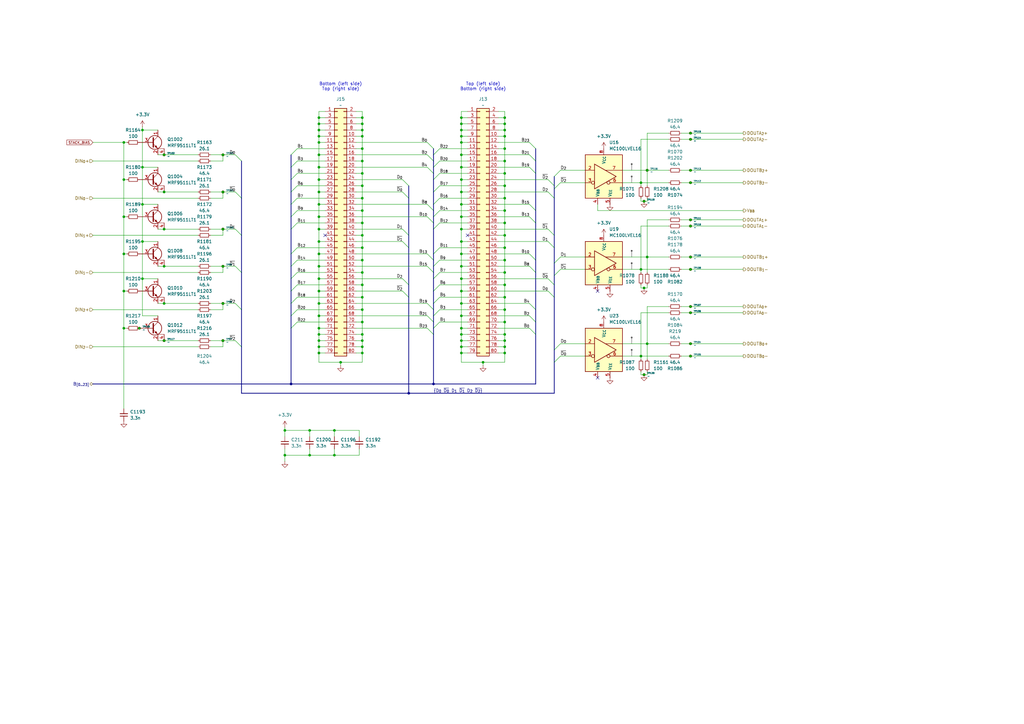
<source format=kicad_sch>
(kicad_sch (version 20231120) (generator "eeschema") (generator_version "8.0")
  (paper "A3")
  (junction (at 91.44 63.5))
  (junction (at 207.01 142.24))
  (junction (at 116.84 176.53))
  (junction (at 148.59 48.26))
  (junction (at 67.31 139.7))
  (junction (at 207.01 137.16))
  (junction (at 130.81 109.22))
  (junction (at 130.81 93.98))
  (junction (at 50.8 119.38))
  (junction (at 207.01 86.36))
  (junction (at 91.44 109.22))
  (junction (at 130.81 55.88))
  (junction (at 283.21 90.17))
  (junction (at 50.8 88.9))
  (junction (at 283.21 140.97))
  (junction (at 207.01 53.34))
  (junction (at 207.01 91.44))
  (junction (at 130.81 50.8))
  (junction (at 207.01 48.26))
  (junction (at 189.23 48.26))
  (junction (at 130.81 129.54))
  (junction (at 130.81 63.5))
  (junction (at 283.21 57.15))
  (junction (at 130.81 48.26))
  (junction (at 91.44 93.98))
  (junction (at 58.42 83.82))
  (junction (at 189.23 99.06))
  (junction (at 130.81 139.7))
  (junction (at 207.01 50.8))
  (junction (at 148.59 111.76))
  (junction (at 137.16 186.69))
  (junction (at 148.59 66.04))
  (junction (at 130.81 134.62))
  (junction (at 130.81 58.42))
  (junction (at 148.59 81.28))
  (junction (at 265.43 140.97))
  (junction (at 130.81 144.78))
  (junction (at 167.64 161.29))
  (junction (at 67.31 109.22))
  (junction (at 283.21 110.49))
  (junction (at 148.59 86.36))
  (junction (at 58.42 68.58))
  (junction (at 148.59 50.8))
  (junction (at 67.31 63.5))
  (junction (at 207.01 76.2))
  (junction (at 50.8 134.62))
  (junction (at 207.01 111.76))
  (junction (at 264.16 153.67))
  (junction (at 130.81 104.14))
  (junction (at 283.21 69.85))
  (junction (at 207.01 81.28))
  (junction (at 207.01 139.7))
  (junction (at 207.01 96.52))
  (junction (at 265.43 105.41))
  (junction (at 207.01 116.84))
  (junction (at 91.44 139.7))
  (junction (at 130.81 68.58))
  (junction (at 189.23 119.38))
  (junction (at 207.01 127))
  (junction (at 264.16 82.55))
  (junction (at 130.81 73.66))
  (junction (at 189.23 114.3))
  (junction (at 130.81 83.82))
  (junction (at 130.81 137.16))
  (junction (at 283.21 146.05))
  (junction (at 148.59 121.92))
  (junction (at 189.23 63.5))
  (junction (at 189.23 139.7))
  (junction (at 58.42 114.3))
  (junction (at 189.23 53.34))
  (junction (at 265.43 69.85))
  (junction (at 148.59 96.52))
  (junction (at 148.59 71.12))
  (junction (at 148.59 91.44))
  (junction (at 264.16 118.11))
  (junction (at 130.81 124.46))
  (junction (at 189.23 109.22))
  (junction (at 207.01 132.08))
  (junction (at 119.38 157.48))
  (junction (at 283.21 92.71))
  (junction (at 189.23 134.62))
  (junction (at 50.8 58.42))
  (junction (at 189.23 142.24))
  (junction (at 283.21 125.73))
  (junction (at 207.01 71.12))
  (junction (at 130.81 88.9))
  (junction (at 189.23 58.42))
  (junction (at 91.44 124.46))
  (junction (at 137.16 176.53))
  (junction (at 148.59 142.24))
  (junction (at 189.23 124.46))
  (junction (at 148.59 55.88))
  (junction (at 148.59 53.34))
  (junction (at 283.21 54.61))
  (junction (at 91.44 78.74))
  (junction (at 189.23 50.8))
  (junction (at 207.01 144.78))
  (junction (at 189.23 104.14))
  (junction (at 148.59 106.68))
  (junction (at 262.89 74.93))
  (junction (at 262.89 146.05))
  (junction (at 130.81 99.06))
  (junction (at 148.59 137.16))
  (junction (at 189.23 93.98))
  (junction (at 148.59 139.7))
  (junction (at 262.89 110.49))
  (junction (at 189.23 83.82))
  (junction (at 148.59 116.84))
  (junction (at 207.01 121.92))
  (junction (at 283.21 128.27))
  (junction (at 127 186.69))
  (junction (at 67.31 78.74))
  (junction (at 130.81 119.38))
  (junction (at 67.31 124.46))
  (junction (at 58.42 53.34))
  (junction (at 283.21 74.93))
  (junction (at 50.8 73.66))
  (junction (at 207.01 106.68))
  (junction (at 148.59 132.08))
  (junction (at 57.15 134.62))
  (junction (at 189.23 55.88))
  (junction (at 189.23 78.74))
  (junction (at 207.01 66.04))
  (junction (at 116.84 186.69))
  (junction (at 58.42 99.06))
  (junction (at 148.59 144.78))
  (junction (at 189.23 129.54))
  (junction (at 148.59 60.96))
  (junction (at 50.8 104.14))
  (junction (at 67.31 93.98))
  (junction (at 283.21 105.41))
  (junction (at 148.59 101.6))
  (junction (at 207.01 60.96))
  (junction (at 198.12 148.59))
  (junction (at 177.8 157.48))
  (junction (at 189.23 137.16))
  (junction (at 130.81 142.24))
  (junction (at 148.59 127))
  (junction (at 189.23 73.66))
  (junction (at 207.01 101.6))
  (junction (at 130.81 114.3))
  (junction (at 189.23 68.58))
  (junction (at 139.7 148.59))
  (junction (at 189.23 88.9))
  (junction (at 127 176.53))
  (junction (at 130.81 53.34))
  (junction (at 148.59 76.2))
  (junction (at 207.01 55.88))
  (junction (at 130.81 78.74))
  (junction (at 189.23 144.78))
  (no_connect (at 245.11 119.38))
  (no_connect (at 245.11 154.94))
  (no_connect (at 133.35 96.52))
  (no_connect (at 191.77 96.52))
  (bus_entry (at 119.38 78.74) (size 2.54 -2.54))
  (bus_entry (at 165.1 93.98) (size 2.54 2.54))
  (bus_entry (at 227.33 101.6) (size -2.54 -2.54))
  (bus_entry (at 177.8 119.38) (size 2.54 -2.54))
  (bus_entry (at 175.26 109.22) (size 2.54 2.54))
  (bus_entry (at 227.33 72.39) (size 2.54 -2.54))
  (bus_entry (at 217.17 58.42) (size 2.54 2.54))
  (bus_entry (at 175.26 134.62) (size 2.54 2.54))
  (bus_entry (at 177.8 73.66) (size 2.54 -2.54))
  (bus_entry (at 217.17 83.82) (size 2.54 2.54))
  (bus_entry (at 119.38 119.38) (size 2.54 -2.54))
  (bus_entry (at 217.17 88.9) (size 2.54 2.54))
  (bus_entry (at 165.1 114.3) (size 2.54 2.54))
  (bus_entry (at 217.17 134.62) (size 2.54 2.54))
  (bus_entry (at 175.26 68.58) (size 2.54 2.54))
  (bus_entry (at 217.17 104.14) (size 2.54 2.54))
  (bus_entry (at 96.52 93.98) (size 2.54 2.54))
  (bus_entry (at 119.38 109.22) (size 2.54 -2.54))
  (bus_entry (at 227.33 148.59) (size 2.54 -2.54))
  (bus_entry (at 119.38 114.3) (size 2.54 -2.54))
  (bus_entry (at 175.26 129.54) (size 2.54 2.54))
  (bus_entry (at 175.26 63.5) (size 2.54 2.54))
  (bus_entry (at 175.26 124.46) (size 2.54 2.54))
  (bus_entry (at 175.26 88.9) (size 2.54 2.54))
  (bus_entry (at 96.52 139.7) (size 2.54 2.54))
  (bus_entry (at 227.33 77.47) (size 2.54 -2.54))
  (bus_entry (at 165.1 99.06) (size 2.54 2.54))
  (bus_entry (at 227.33 81.28) (size -2.54 -2.54))
  (bus_entry (at 177.8 124.46) (size 2.54 -2.54))
  (bus_entry (at 119.38 124.46) (size 2.54 -2.54))
  (bus_entry (at 96.52 63.5) (size 2.54 2.54))
  (bus_entry (at 165.1 73.66) (size 2.54 2.54))
  (bus_entry (at 177.8 114.3) (size 2.54 -2.54))
  (bus_entry (at 165.1 78.74) (size 2.54 2.54))
  (bus_entry (at 119.38 68.58) (size 2.54 -2.54))
  (bus_entry (at 119.38 83.82) (size 2.54 -2.54))
  (bus_entry (at 227.33 143.51) (size 2.54 -2.54))
  (bus_entry (at 177.8 78.74) (size 2.54 -2.54))
  (bus_entry (at 119.38 93.98) (size 2.54 -2.54))
  (bus_entry (at 217.17 68.58) (size 2.54 2.54))
  (bus_entry (at 175.26 83.82) (size 2.54 2.54))
  (bus_entry (at 119.38 104.14) (size 2.54 -2.54))
  (bus_entry (at 175.26 104.14) (size 2.54 2.54))
  (bus_entry (at 227.33 121.92) (size -2.54 -2.54))
  (bus_entry (at 227.33 76.2) (size -2.54 -2.54))
  (bus_entry (at 217.17 124.46) (size 2.54 2.54))
  (bus_entry (at 177.8 63.5) (size 2.54 -2.54))
  (bus_entry (at 177.8 104.14) (size 2.54 -2.54))
  (bus_entry (at 177.8 88.9) (size 2.54 -2.54))
  (bus_entry (at 177.8 129.54) (size 2.54 -2.54))
  (bus_entry (at 119.38 134.62) (size 2.54 -2.54))
  (bus_entry (at 177.8 109.22) (size 2.54 -2.54))
  (bus_entry (at 119.38 63.5) (size 2.54 -2.54))
  (bus_entry (at 177.8 93.98) (size 2.54 -2.54))
  (bus_entry (at 217.17 129.54) (size 2.54 2.54))
  (bus_entry (at 175.26 58.42) (size 2.54 2.54))
  (bus_entry (at 96.52 78.74) (size 2.54 2.54))
  (bus_entry (at 217.17 109.22) (size 2.54 2.54))
  (bus_entry (at 177.8 134.62) (size 2.54 -2.54))
  (bus_entry (at 96.52 124.46) (size 2.54 2.54))
  (bus_entry (at 177.8 83.82) (size 2.54 -2.54))
  (bus_entry (at 119.38 129.54) (size 2.54 -2.54))
  (bus_entry (at 227.33 116.84) (size -2.54 -2.54))
  (bus_entry (at 119.38 88.9) (size 2.54 -2.54))
  (bus_entry (at 227.33 113.03) (size 2.54 -2.54))
  (bus_entry (at 165.1 119.38) (size 2.54 2.54))
  (bus_entry (at 119.38 73.66) (size 2.54 -2.54))
  (bus_entry (at 96.52 109.22) (size 2.54 2.54))
  (bus_entry (at 227.33 96.52) (size -2.54 -2.54))
  (bus_entry (at 217.17 63.5) (size 2.54 2.54))
  (bus_entry (at 177.8 68.58) (size 2.54 -2.54))
  (bus_entry (at 227.33 107.95) (size 2.54 -2.54))
  (wire (pts (xy 50.8 134.62) (xy 50.8 167.64)))
  (wire (pts (xy 130.81 78.74) (xy 130.81 83.82)))
  (wire (pts (xy 204.47 78.74) (xy 224.79 78.74)))
  (wire (pts (xy 148.59 101.6) (xy 146.05 101.6)))
  (wire (pts (xy 91.44 63.5) (xy 96.52 63.5)))
  (wire (pts (xy 229.87 74.93) (xy 240.03 74.93)))
  (wire (pts (xy 189.23 48.26) (xy 191.77 48.26)))
  (wire (pts (xy 64.77 139.7) (xy 67.31 139.7)))
  (wire (pts (xy 130.81 63.5) (xy 130.81 68.58)))
  (wire (pts (xy 274.32 140.97) (xy 265.43 140.97)))
  (wire (pts (xy 189.23 142.24) (xy 191.77 142.24)))
  (wire (pts (xy 148.59 127) (xy 148.59 132.08)))
  (bus (pts (xy 177.8 109.22) (xy 177.8 111.76)))
  (wire (pts (xy 38.1 81.28) (xy 81.28 81.28)))
  (wire (pts (xy 148.59 48.26) (xy 148.59 45.72)))
  (wire (pts (xy 279.4 125.73) (xy 283.21 125.73)))
  (wire (pts (xy 283.21 74.93) (xy 304.8 74.93)))
  (wire (pts (xy 189.23 68.58) (xy 191.77 68.58)))
  (bus (pts (xy 227.33 148.59) (xy 227.33 161.29)))
  (wire (pts (xy 81.28 109.22) (xy 67.31 109.22)))
  (wire (pts (xy 130.81 73.66) (xy 133.35 73.66)))
  (wire (pts (xy 86.36 81.28) (xy 91.44 81.28)))
  (wire (pts (xy 127 176.53) (xy 116.84 176.53)))
  (wire (pts (xy 262.89 118.11) (xy 264.16 118.11)))
  (wire (pts (xy 207.01 142.24) (xy 207.01 139.7)))
  (bus (pts (xy 119.38 104.14) (xy 119.38 109.22)))
  (wire (pts (xy 130.81 104.14) (xy 130.81 109.22)))
  (wire (pts (xy 146.05 93.98) (xy 165.1 93.98)))
  (wire (pts (xy 189.23 83.82) (xy 189.23 88.9)))
  (wire (pts (xy 116.84 176.53) (xy 116.84 179.07)))
  (wire (pts (xy 148.59 111.76) (xy 146.05 111.76)))
  (wire (pts (xy 204.47 144.78) (xy 207.01 144.78)))
  (wire (pts (xy 50.8 58.42) (xy 50.8 73.66)))
  (wire (pts (xy 207.01 96.52) (xy 207.01 101.6)))
  (wire (pts (xy 58.42 53.34) (xy 58.42 68.58)))
  (wire (pts (xy 91.44 93.98) (xy 96.52 93.98)))
  (wire (pts (xy 148.59 76.2) (xy 148.59 81.28)))
  (wire (pts (xy 121.92 127) (xy 133.35 127)))
  (wire (pts (xy 189.23 93.98) (xy 191.77 93.98)))
  (bus (pts (xy 167.64 101.6) (xy 167.64 116.84)))
  (wire (pts (xy 204.47 50.8) (xy 207.01 50.8)))
  (wire (pts (xy 146.05 78.74) (xy 165.1 78.74)))
  (bus (pts (xy 219.71 91.44) (xy 219.71 106.68)))
  (wire (pts (xy 121.92 66.04) (xy 133.35 66.04)))
  (wire (pts (xy 279.4 128.27) (xy 283.21 128.27)))
  (wire (pts (xy 50.8 73.66) (xy 52.07 73.66)))
  (wire (pts (xy 207.01 101.6) (xy 207.01 106.68)))
  (wire (pts (xy 130.81 55.88) (xy 133.35 55.88)))
  (wire (pts (xy 217.17 88.9) (xy 204.47 88.9)))
  (wire (pts (xy 217.17 109.22) (xy 204.47 109.22)))
  (bus (pts (xy 177.8 132.08) (xy 177.8 134.62)))
  (wire (pts (xy 86.36 78.74) (xy 91.44 78.74)))
  (wire (pts (xy 189.23 124.46) (xy 191.77 124.46)))
  (wire (pts (xy 137.16 186.69) (xy 127 186.69)))
  (wire (pts (xy 180.34 86.36) (xy 191.77 86.36)))
  (wire (pts (xy 189.23 45.72) (xy 189.23 48.26)))
  (wire (pts (xy 189.23 58.42) (xy 189.23 63.5)))
  (wire (pts (xy 38.1 111.76) (xy 81.28 111.76)))
  (wire (pts (xy 180.34 111.76) (xy 191.77 111.76)))
  (wire (pts (xy 274.32 92.71) (xy 262.89 92.71)))
  (wire (pts (xy 130.81 58.42) (xy 130.81 63.5)))
  (wire (pts (xy 148.59 91.44) (xy 148.59 96.52)))
  (wire (pts (xy 121.92 60.96) (xy 133.35 60.96)))
  (wire (pts (xy 146.05 45.72) (xy 148.59 45.72)))
  (wire (pts (xy 86.36 142.24) (xy 91.44 142.24)))
  (wire (pts (xy 255.27 110.49) (xy 262.89 110.49)))
  (wire (pts (xy 204.47 66.04) (xy 207.01 66.04)))
  (wire (pts (xy 283.21 128.27) (xy 304.8 128.27)))
  (wire (pts (xy 217.17 63.5) (xy 204.47 63.5)))
  (bus (pts (xy 177.8 78.74) (xy 177.8 83.82)))
  (wire (pts (xy 148.59 116.84) (xy 146.05 116.84)))
  (wire (pts (xy 204.47 55.88) (xy 207.01 55.88)))
  (wire (pts (xy 116.84 186.69) (xy 116.84 189.23)))
  (bus (pts (xy 119.38 124.46) (xy 119.38 129.54)))
  (wire (pts (xy 121.92 86.36) (xy 133.35 86.36)))
  (bus (pts (xy 227.33 96.52) (xy 227.33 101.6)))
  (wire (pts (xy 189.23 148.59) (xy 198.12 148.59)))
  (wire (pts (xy 262.89 74.93) (xy 255.27 74.93)))
  (wire (pts (xy 91.44 142.24) (xy 91.44 139.7)))
  (wire (pts (xy 64.77 63.5) (xy 67.31 63.5)))
  (wire (pts (xy 130.81 50.8) (xy 130.81 48.26)))
  (wire (pts (xy 130.81 50.8) (xy 133.35 50.8)))
  (wire (pts (xy 130.81 119.38) (xy 130.81 124.46)))
  (wire (pts (xy 262.89 110.49) (xy 274.32 110.49)))
  (bus (pts (xy 219.71 86.36) (xy 219.71 91.44)))
  (wire (pts (xy 81.28 63.5) (xy 67.31 63.5)))
  (wire (pts (xy 148.59 60.96) (xy 146.05 60.96)))
  (wire (pts (xy 175.26 129.54) (xy 146.05 129.54)))
  (wire (pts (xy 130.81 124.46) (xy 130.81 129.54)))
  (wire (pts (xy 121.92 121.92) (xy 133.35 121.92)))
  (wire (pts (xy 130.81 134.62) (xy 130.81 137.16)))
  (bus (pts (xy 99.06 142.24) (xy 99.06 161.29)))
  (wire (pts (xy 207.01 86.36) (xy 207.01 91.44)))
  (wire (pts (xy 279.4 69.85) (xy 283.21 69.85)))
  (wire (pts (xy 148.59 132.08) (xy 146.05 132.08)))
  (wire (pts (xy 180.34 76.2) (xy 191.77 76.2)))
  (bus (pts (xy 219.71 60.96) (xy 219.71 66.04)))
  (wire (pts (xy 121.92 71.12) (xy 133.35 71.12)))
  (wire (pts (xy 262.89 82.55) (xy 264.16 82.55)))
  (bus (pts (xy 119.38 157.48) (xy 177.8 157.48)))
  (wire (pts (xy 283.21 90.17) (xy 304.8 90.17)))
  (wire (pts (xy 148.59 111.76) (xy 148.59 116.84)))
  (bus (pts (xy 119.38 134.62) (xy 119.38 157.48)))
  (wire (pts (xy 262.89 81.28) (xy 262.89 82.55)))
  (wire (pts (xy 189.23 124.46) (xy 189.23 129.54)))
  (bus (pts (xy 119.38 129.54) (xy 119.38 134.62)))
  (wire (pts (xy 38.1 96.52) (xy 81.28 96.52)))
  (wire (pts (xy 58.42 68.58) (xy 58.42 83.82)))
  (wire (pts (xy 189.23 78.74) (xy 191.77 78.74)))
  (bus (pts (xy 219.71 111.76) (xy 219.71 127)))
  (wire (pts (xy 204.47 53.34) (xy 207.01 53.34)))
  (wire (pts (xy 116.84 184.15) (xy 116.84 186.69)))
  (wire (pts (xy 265.43 54.61) (xy 265.43 69.85)))
  (wire (pts (xy 130.81 78.74) (xy 133.35 78.74)))
  (wire (pts (xy 207.01 144.78) (xy 207.01 142.24)))
  (wire (pts (xy 64.77 53.34) (xy 58.42 53.34)))
  (wire (pts (xy 189.23 63.5) (xy 189.23 68.58)))
  (wire (pts (xy 180.34 121.92) (xy 191.77 121.92)))
  (wire (pts (xy 265.43 90.17) (xy 265.43 105.41)))
  (wire (pts (xy 204.47 86.36) (xy 207.01 86.36)))
  (wire (pts (xy 189.23 48.26) (xy 189.23 50.8)))
  (wire (pts (xy 148.59 142.24) (xy 146.05 142.24)))
  (wire (pts (xy 175.26 63.5) (xy 146.05 63.5)))
  (wire (pts (xy 148.59 137.16) (xy 146.05 137.16)))
  (wire (pts (xy 148.59 144.78) (xy 148.59 148.59)))
  (wire (pts (xy 265.43 69.85) (xy 265.43 76.2)))
  (wire (pts (xy 116.84 175.26) (xy 116.84 176.53)))
  (wire (pts (xy 50.8 119.38) (xy 52.07 119.38)))
  (wire (pts (xy 175.26 109.22) (xy 146.05 109.22)))
  (wire (pts (xy 130.81 53.34) (xy 133.35 53.34)))
  (wire (pts (xy 147.32 176.53) (xy 147.32 179.07)))
  (wire (pts (xy 175.26 124.46) (xy 146.05 124.46)))
  (wire (pts (xy 229.87 105.41) (xy 240.03 105.41)))
  (wire (pts (xy 175.26 83.82) (xy 146.05 83.82)))
  (wire (pts (xy 130.81 144.78) (xy 130.81 142.24)))
  (bus (pts (xy 219.71 106.68) (xy 219.71 111.76)))
  (wire (pts (xy 139.7 148.59) (xy 130.81 148.59)))
  (bus (pts (xy 119.38 73.66) (xy 119.38 78.74)))
  (wire (pts (xy 207.01 148.59) (xy 207.01 144.78)))
  (wire (pts (xy 127 186.69) (xy 116.84 186.69)))
  (wire (pts (xy 279.4 105.41) (xy 283.21 105.41)))
  (bus (pts (xy 177.8 134.62) (xy 177.8 137.16)))
  (bus (pts (xy 177.8 114.3) (xy 177.8 119.38)))
  (wire (pts (xy 130.81 129.54) (xy 133.35 129.54)))
  (wire (pts (xy 265.43 125.73) (xy 274.32 125.73)))
  (wire (pts (xy 64.77 78.74) (xy 67.31 78.74)))
  (wire (pts (xy 198.12 148.59) (xy 207.01 148.59)))
  (wire (pts (xy 204.47 114.3) (xy 224.79 114.3)))
  (wire (pts (xy 283.21 54.61) (xy 304.8 54.61)))
  (bus (pts (xy 177.8 119.38) (xy 177.8 124.46)))
  (wire (pts (xy 148.59 139.7) (xy 148.59 142.24)))
  (bus (pts (xy 219.71 127) (xy 219.71 132.08)))
  (wire (pts (xy 130.81 109.22) (xy 133.35 109.22)))
  (wire (pts (xy 148.59 137.16) (xy 148.59 139.7)))
  (wire (pts (xy 148.59 106.68) (xy 148.59 111.76)))
  (bus (pts (xy 167.64 81.28) (xy 167.64 96.52)))
  (wire (pts (xy 130.81 142.24) (xy 133.35 142.24)))
  (wire (pts (xy 130.81 63.5) (xy 133.35 63.5)))
  (wire (pts (xy 148.59 71.12) (xy 146.05 71.12)))
  (wire (pts (xy 189.23 58.42) (xy 191.77 58.42)))
  (wire (pts (xy 121.92 76.2) (xy 133.35 76.2)))
  (wire (pts (xy 130.81 83.82) (xy 130.81 88.9)))
  (wire (pts (xy 50.8 88.9) (xy 52.07 88.9)))
  (wire (pts (xy 130.81 109.22) (xy 130.81 114.3)))
  (wire (pts (xy 189.23 104.14) (xy 189.23 109.22)))
  (wire (pts (xy 217.17 104.14) (xy 204.47 104.14)))
  (wire (pts (xy 64.77 99.06) (xy 58.42 99.06)))
  (wire (pts (xy 139.7 148.59) (xy 139.7 149.86)))
  (wire (pts (xy 81.28 78.74) (xy 67.31 78.74)))
  (bus (pts (xy 119.38 83.82) (xy 119.38 88.9)))
  (wire (pts (xy 91.44 139.7) (xy 96.52 139.7)))
  (wire (pts (xy 198.12 148.59) (xy 198.12 149.86)))
  (wire (pts (xy 207.01 106.68) (xy 207.01 111.76)))
  (wire (pts (xy 50.8 73.66) (xy 50.8 88.9)))
  (wire (pts (xy 91.44 111.76) (xy 91.44 109.22)))
  (wire (pts (xy 133.35 58.42) (xy 130.81 58.42)))
  (wire (pts (xy 146.05 144.78) (xy 148.59 144.78)))
  (wire (pts (xy 130.81 45.72) (xy 133.35 45.72)))
  (bus (pts (xy 227.33 161.29) (xy 167.64 161.29)))
  (wire (pts (xy 58.42 99.06) (xy 58.42 83.82)))
  (wire (pts (xy 279.4 146.05) (xy 283.21 146.05)))
  (wire (pts (xy 229.87 146.05) (xy 240.03 146.05)))
  (wire (pts (xy 64.77 93.98) (xy 67.31 93.98)))
  (wire (pts (xy 189.23 139.7) (xy 191.77 139.7)))
  (wire (pts (xy 189.23 119.38) (xy 191.77 119.38)))
  (wire (pts (xy 189.23 142.24) (xy 189.23 139.7)))
  (wire (pts (xy 58.42 68.58) (xy 64.77 68.58)))
  (wire (pts (xy 217.17 124.46) (xy 204.47 124.46)))
  (wire (pts (xy 189.23 137.16) (xy 191.77 137.16)))
  (wire (pts (xy 189.23 99.06) (xy 189.23 104.14)))
  (wire (pts (xy 180.34 91.44) (xy 191.77 91.44)))
  (bus (pts (xy 167.64 116.84) (xy 167.64 121.92)))
  (wire (pts (xy 207.01 91.44) (xy 207.01 96.52)))
  (wire (pts (xy 91.44 66.04) (xy 91.44 63.5)))
  (bus (pts (xy 167.64 76.2) (xy 167.64 81.28)))
  (wire (pts (xy 86.36 111.76) (xy 91.44 111.76)))
  (wire (pts (xy 121.92 116.84) (xy 133.35 116.84)))
  (wire (pts (xy 204.47 139.7) (xy 207.01 139.7)))
  (wire (pts (xy 86.36 124.46) (xy 91.44 124.46)))
  (wire (pts (xy 262.89 74.93) (xy 262.89 57.15)))
  (bus (pts (xy 119.38 119.38) (xy 119.38 124.46)))
  (bus (pts (xy 219.71 132.08) (xy 219.71 137.16)))
  (wire (pts (xy 262.89 146.05) (xy 262.89 147.32)))
  (wire (pts (xy 217.17 129.54) (xy 204.47 129.54)))
  (wire (pts (xy 81.28 139.7) (xy 67.31 139.7)))
  (wire (pts (xy 38.1 142.24) (xy 81.28 142.24)))
  (wire (pts (xy 175.26 68.58) (xy 146.05 68.58)))
  (bus (pts (xy 227.33 81.28) (xy 227.33 96.52)))
  (wire (pts (xy 279.4 57.15) (xy 283.21 57.15)))
  (wire (pts (xy 121.92 91.44) (xy 133.35 91.44)))
  (wire (pts (xy 175.26 134.62) (xy 146.05 134.62)))
  (wire (pts (xy 130.81 142.24) (xy 130.81 139.7)))
  (wire (pts (xy 283.21 69.85) (xy 304.8 69.85)))
  (wire (pts (xy 133.35 144.78) (xy 130.81 144.78)))
  (wire (pts (xy 64.77 129.54) (xy 58.42 129.54)))
  (wire (pts (xy 130.81 88.9) (xy 130.81 93.98)))
  (wire (pts (xy 189.23 88.9) (xy 189.23 93.98)))
  (wire (pts (xy 130.81 48.26) (xy 133.35 48.26)))
  (bus (pts (xy 38.1 157.48) (xy 119.38 157.48)))
  (wire (pts (xy 279.4 92.71) (xy 283.21 92.71)))
  (wire (pts (xy 279.4 90.17) (xy 283.21 90.17)))
  (wire (pts (xy 245.11 83.82) (xy 245.11 86.36)))
  (wire (pts (xy 283.21 146.05) (xy 304.8 146.05)))
  (wire (pts (xy 264.16 118.11) (xy 265.43 118.11)))
  (wire (pts (xy 130.81 104.14) (xy 133.35 104.14)))
  (wire (pts (xy 146.05 48.26) (xy 148.59 48.26)))
  (wire (pts (xy 189.23 114.3) (xy 191.77 114.3)))
  (wire (pts (xy 130.81 58.42) (xy 130.81 55.88)))
  (bus (pts (xy 177.8 93.98) (xy 177.8 104.14)))
  (wire (pts (xy 86.36 63.5) (xy 91.44 63.5)))
  (bus (pts (xy 99.06 111.76) (xy 99.06 127)))
  (wire (pts (xy 207.01 137.16) (xy 204.47 137.16)))
  (wire (pts (xy 180.34 81.28) (xy 191.77 81.28)))
  (wire (pts (xy 137.16 176.53) (xy 137.16 179.07)))
  (wire (pts (xy 283.21 110.49) (xy 304.8 110.49)))
  (wire (pts (xy 86.36 139.7) (xy 91.44 139.7)))
  (wire (pts (xy 91.44 124.46) (xy 96.52 124.46)))
  (wire (pts (xy 50.8 88.9) (xy 50.8 104.14)))
  (wire (pts (xy 191.77 45.72) (xy 189.23 45.72)))
  (wire (pts (xy 279.4 54.61) (xy 283.21 54.61)))
  (bus (pts (xy 177.8 104.14) (xy 177.8 106.68)))
  (wire (pts (xy 130.81 114.3) (xy 130.81 119.38)))
  (wire (pts (xy 217.17 134.62) (xy 204.47 134.62)))
  (bus (pts (xy 219.71 137.16) (xy 219.71 157.48)))
  (bus (pts (xy 227.33 121.92) (xy 227.33 143.51)))
  (wire (pts (xy 283.21 57.15) (xy 304.8 57.15)))
  (wire (pts (xy 58.42 83.82) (xy 64.77 83.82)))
  (wire (pts (xy 148.59 106.68) (xy 146.05 106.68)))
  (bus (pts (xy 177.8 111.76) (xy 177.8 114.3)))
  (wire (pts (xy 189.23 50.8) (xy 191.77 50.8)))
  (wire (pts (xy 262.89 92.71) (xy 262.89 110.49)))
  (wire (pts (xy 91.44 81.28) (xy 91.44 78.74)))
  (wire (pts (xy 207.01 60.96) (xy 207.01 66.04)))
  (wire (pts (xy 207.01 132.08) (xy 207.01 137.16)))
  (wire (pts (xy 91.44 109.22) (xy 96.52 109.22)))
  (bus (pts (xy 99.06 66.04) (xy 99.06 81.28)))
  (wire (pts (xy 207.01 55.88) (xy 207.01 60.96)))
  (wire (pts (xy 146.05 55.88) (xy 148.59 55.88)))
  (wire (pts (xy 148.59 55.88) (xy 148.59 53.34)))
  (wire (pts (xy 207.01 111.76) (xy 207.01 116.84)))
  (bus (pts (xy 177.8 73.66) (xy 177.8 78.74)))
  (wire (pts (xy 175.26 58.42) (xy 146.05 58.42)))
  (wire (pts (xy 204.47 81.28) (xy 207.01 81.28)))
  (wire (pts (xy 130.81 93.98) (xy 130.81 99.06)))
  (wire (pts (xy 121.92 106.68) (xy 133.35 106.68)))
  (wire (pts (xy 265.43 69.85) (xy 274.32 69.85)))
  (wire (pts (xy 146.05 73.66) (xy 165.1 73.66)))
  (wire (pts (xy 180.34 132.08) (xy 191.77 132.08)))
  (wire (pts (xy 91.44 127) (xy 91.44 124.46)))
  (wire (pts (xy 58.42 114.3) (xy 58.42 99.06)))
  (wire (pts (xy 207.01 55.88) (xy 207.01 53.34)))
  (wire (pts (xy 58.42 52.07) (xy 58.42 53.34)))
  (wire (pts (xy 130.81 48.26) (xy 130.81 45.72)))
  (wire (pts (xy 180.34 101.6) (xy 191.77 101.6)))
  (wire (pts (xy 91.44 96.52) (xy 91.44 93.98)))
  (wire (pts (xy 262.89 152.4) (xy 262.89 153.67)))
  (wire (pts (xy 229.87 140.97) (xy 240.03 140.97)))
  (wire (pts (xy 148.59 101.6) (xy 148.59 106.68)))
  (wire (pts (xy 265.43 118.11) (xy 265.43 116.84)))
  (wire (pts (xy 189.23 73.66) (xy 189.23 78.74)))
  (wire (pts (xy 189.23 144.78) (xy 189.23 148.59)))
  (bus (pts (xy 167.64 121.92) (xy 167.64 161.29)))
  (wire (pts (xy 180.34 66.04) (xy 191.77 66.04)))
  (bus (pts (xy 119.38 109.22) (xy 119.38 114.3)))
  (wire (pts (xy 180.34 60.96) (xy 191.77 60.96)))
  (wire (pts (xy 148.59 86.36) (xy 148.59 91.44)))
  (wire (pts (xy 130.81 88.9) (xy 133.35 88.9)))
  (bus (pts (xy 99.06 96.52) (xy 99.06 111.76)))
  (wire (pts (xy 262.89 110.49) (xy 262.89 111.76)))
  (wire (pts (xy 130.81 53.34) (xy 130.81 50.8)))
  (wire (pts (xy 137.16 184.15) (xy 137.16 186.69)))
  (wire (pts (xy 189.23 129.54) (xy 189.23 134.62)))
  (wire (pts (xy 86.36 93.98) (xy 91.44 93.98)))
  (bus (pts (xy 177.8 68.58) (xy 177.8 71.12)))
  (wire (pts (xy 204.47 142.24) (xy 207.01 142.24)))
  (wire (pts (xy 130.81 148.59) (xy 130.81 144.78)))
  (wire (pts (xy 147.32 176.53) (xy 137.16 176.53)))
  (wire (pts (xy 204.47 48.26) (xy 207.01 48.26)))
  (wire (pts (xy 255.27 140.97) (xy 265.43 140.97)))
  (bus (pts (xy 119.38 93.98) (xy 119.38 104.14)))
  (wire (pts (xy 262.89 146.05) (xy 274.32 146.05)))
  (wire (pts (xy 64.77 124.46) (xy 67.31 124.46)))
  (wire (pts (xy 130.81 55.88) (xy 130.81 53.34)))
  (wire (pts (xy 245.11 86.36) (xy 304.8 86.36)))
  (bus (pts (xy 177.8 106.68) (xy 177.8 109.22)))
  (wire (pts (xy 180.34 116.84) (xy 191.77 116.84)))
  (bus (pts (xy 177.8 88.9) (xy 177.8 91.44)))
  (wire (pts (xy 262.89 153.67) (xy 264.16 153.67)))
  (wire (pts (xy 189.23 109.22) (xy 191.77 109.22)))
  (wire (pts (xy 265.43 105.41) (xy 274.32 105.41)))
  (wire (pts (xy 189.23 73.66) (xy 191.77 73.66)))
  (bus (pts (xy 177.8 124.46) (xy 177.8 127)))
  (wire (pts (xy 130.81 99.06) (xy 133.35 99.06)))
  (bus (pts (xy 177.8 157.48) (xy 219.71 157.48)))
  (wire (pts (xy 86.36 109.22) (xy 91.44 109.22)))
  (wire (pts (xy 130.81 139.7) (xy 130.81 137.16)))
  (wire (pts (xy 189.23 63.5) (xy 191.77 63.5)))
  (bus (pts (xy 177.8 137.16) (xy 177.8 157.48)))
  (bus (pts (xy 219.71 71.12) (xy 219.71 86.36)))
  (wire (pts (xy 189.23 109.22) (xy 189.23 114.3)))
  (wire (pts (xy 148.59 53.34) (xy 148.59 50.8)))
  (wire (pts (xy 148.59 121.92) (xy 146.05 121.92)))
  (bus (pts (xy 119.38 114.3) (xy 119.38 119.38)))
  (wire (pts (xy 148.59 66.04) (xy 146.05 66.04)))
  (bus (pts (xy 219.71 66.04) (xy 219.71 71.12)))
  (wire (pts (xy 204.47 76.2) (xy 207.01 76.2)))
  (wire (pts (xy 255.27 69.85) (xy 265.43 69.85)))
  (wire (pts (xy 148.59 81.28) (xy 148.59 86.36)))
  (wire (pts (xy 148.59 60.96) (xy 148.59 66.04)))
  (wire (pts (xy 121.92 132.08) (xy 133.35 132.08)))
  (wire (pts (xy 279.4 110.49) (xy 283.21 110.49)))
  (wire (pts (xy 130.81 134.62) (xy 133.35 134.62)))
  (wire (pts (xy 207.01 139.7) (xy 207.01 137.16)))
  (bus (pts (xy 177.8 60.96) (xy 177.8 63.5)))
  (wire (pts (xy 262.89 74.93) (xy 262.89 76.2)))
  (wire (pts (xy 204.47 101.6) (xy 207.01 101.6)))
  (wire (pts (xy 38.1 66.04) (xy 81.28 66.04)))
  (wire (pts (xy 207.01 66.04) (xy 207.01 71.12)))
  (wire (pts (xy 148.59 81.28) (xy 146.05 81.28)))
  (bus (pts (xy 119.38 63.5) (xy 119.38 68.58)))
  (wire (pts (xy 50.8 104.14) (xy 50.8 119.38)))
  (bus (pts (xy 177.8 91.44) (xy 177.8 93.98)))
  (wire (pts (xy 130.81 83.82) (xy 133.35 83.82)))
  (wire (pts (xy 229.87 69.85) (xy 240.03 69.85)))
  (wire (pts (xy 64.77 114.3) (xy 58.42 114.3)))
  (bus (pts (xy 177.8 63.5) (xy 177.8 66.04)))
  (wire (pts (xy 148.59 50.8) (xy 148.59 48.26)))
  (wire (pts (xy 175.26 104.14) (xy 146.05 104.14)))
  (wire (pts (xy 127 176.53) (xy 127 179.07)))
  (wire (pts (xy 265.43 90.17) (xy 274.32 90.17)))
  (wire (pts (xy 189.23 134.62) (xy 191.77 134.62)))
  (wire (pts (xy 189.23 114.3) (xy 189.23 119.38)))
  (wire (pts (xy 130.81 99.06) (xy 130.81 104.14)))
  (wire (pts (xy 204.47 132.08) (xy 207.01 132.08)))
  (wire (pts (xy 146.05 53.34) (xy 148.59 53.34)))
  (wire (pts (xy 148.59 71.12) (xy 148.59 76.2)))
  (wire (pts (xy 130.81 68.58) (xy 130.81 73.66)))
  (wire (pts (xy 130.81 73.66) (xy 130.81 78.74)))
  (wire (pts (xy 207.01 76.2) (xy 207.01 81.28)))
  (wire (pts (xy 146.05 99.06) (xy 165.1 99.06)))
  (wire (pts (xy 265.43 140.97) (xy 265.43 125.73)))
  (wire (pts (xy 189.23 55.88) (xy 191.77 55.88)))
  (wire (pts (xy 283.21 140.97) (xy 304.8 140.97)))
  (bus (pts (xy 227.33 113.03) (xy 227.33 116.84)))
  (wire (pts (xy 217.17 68.58) (xy 204.47 68.58)))
  (wire (pts (xy 262.89 128.27) (xy 262.89 146.05)))
  (wire (pts (xy 121.92 81.28) (xy 133.35 81.28)))
  (wire (pts (xy 86.36 96.52) (xy 91.44 96.52)))
  (bus (pts (xy 167.64 96.52) (xy 167.64 101.6)))
  (wire (pts (xy 58.42 129.54) (xy 58.42 114.3)))
  (wire (pts (xy 148.59 132.08) (xy 148.59 137.16)))
  (wire (pts (xy 148.59 144.78) (xy 148.59 142.24)))
  (wire (pts (xy 189.23 119.38) (xy 189.23 124.46)))
  (wire (pts (xy 189.23 68.58) (xy 189.23 73.66)))
  (wire (pts (xy 121.92 111.76) (xy 133.35 111.76)))
  (wire (pts (xy 86.36 127) (xy 91.44 127)))
  (bus (pts (xy 99.06 81.28) (xy 99.06 96.52)))
  (wire (pts (xy 130.81 114.3) (xy 133.35 114.3)))
  (wire (pts (xy 175.26 88.9) (xy 146.05 88.9)))
  (wire (pts (xy 146.05 139.7) (xy 148.59 139.7)))
  (bus (pts (xy 119.38 88.9) (xy 119.38 93.98)))
  (wire (pts (xy 38.1 58.42) (xy 50.8 58.42)))
  (wire (pts (xy 189.23 53.34) (xy 191.77 53.34)))
  (wire (pts (xy 189.23 50.8) (xy 189.23 53.34)))
  (bus (pts (xy 177.8 66.04) (xy 177.8 68.58)))
  (wire (pts (xy 127 184.15) (xy 127 186.69)))
  (bus (pts (xy 177.8 129.54) (xy 177.8 132.08)))
  (wire (pts (xy 274.32 128.27) (xy 262.89 128.27)))
  (wire (pts (xy 148.59 76.2) (xy 146.05 76.2)))
  (wire (pts (xy 207.01 116.84) (xy 207.01 121.92)))
  (wire (pts (xy 217.17 58.42) (xy 204.47 58.42)))
  (wire (pts (xy 130.81 119.38) (xy 133.35 119.38)))
  (bus (pts (xy 177.8 127) (xy 177.8 129.54)))
  (wire (pts (xy 148.59 116.84) (xy 148.59 121.92)))
  (wire (pts (xy 207.01 53.34) (xy 207.01 50.8)))
  (wire (pts (xy 148.59 121.92) (xy 148.59 127)))
  (wire (pts (xy 148.59 148.59) (xy 139.7 148.59)))
  (wire (pts (xy 207.01 81.28) (xy 207.01 86.36)))
  (wire (pts (xy 283.21 92.71) (xy 304.8 92.71)))
  (wire (pts (xy 265.43 82.55) (xy 265.43 81.28)))
  (wire (pts (xy 64.77 109.22) (xy 67.31 109.22)))
  (bus (pts (xy 227.33 77.47) (xy 227.33 81.28)))
  (wire (pts (xy 121.92 101.6) (xy 133.35 101.6)))
  (wire (pts (xy 265.43 105.41) (xy 265.43 111.76)))
  (wire (pts (xy 91.44 78.74) (xy 96.52 78.74)))
  (wire (pts (xy 130.81 124.46) (xy 133.35 124.46)))
  (wire (pts (xy 262.89 116.84) (xy 262.89 118.11)))
  (wire (pts (xy 204.47 121.92) (xy 207.01 121.92)))
  (wire (pts (xy 204.47 111.76) (xy 207.01 111.76)))
  (wire (pts (xy 217.17 83.82) (xy 204.47 83.82)))
  (wire (pts (xy 204.47 106.68) (xy 207.01 106.68)))
  (wire (pts (xy 81.28 124.46) (xy 67.31 124.46)))
  (wire (pts (xy 189.23 99.06) (xy 191.77 99.06)))
  (wire (pts (xy 86.36 66.04) (xy 91.44 66.04)))
  (wire (pts (xy 204.47 71.12) (xy 207.01 71.12)))
  (bus (pts (xy 167.64 161.29) (xy 99.06 161.29)))
  (wire (pts (xy 204.47 116.84) (xy 207.01 116.84)))
  (wire (pts (xy 204.47 99.06) (xy 224.79 99.06)))
  (wire (pts (xy 204.47 93.98) (xy 224.79 93.98)))
  (wire (pts (xy 189.23 55.88) (xy 189.23 58.42)))
  (wire (pts (xy 189.23 53.34) (xy 189.23 55.88)))
  (wire (pts (xy 255.27 146.05) (xy 262.89 146.05)))
  (bus (pts (xy 119.38 68.58) (xy 119.38 73.66)))
  (wire (pts (xy 207.01 127) (xy 207.01 132.08)))
  (wire (pts (xy 50.8 104.14) (xy 52.07 104.14)))
  (wire (pts (xy 189.23 129.54) (xy 191.77 129.54)))
  (wire (pts (xy 207.01 48.26) (xy 207.01 45.72)))
  (bus (pts (xy 177.8 83.82) (xy 177.8 86.36)))
  (wire (pts (xy 207.01 45.72) (xy 204.47 45.72)))
  (wire (pts (xy 130.81 139.7) (xy 133.35 139.7)))
  (wire (pts (xy 180.34 71.12) (xy 191.77 71.12)))
  (wire (pts (xy 207.01 50.8) (xy 207.01 48.26)))
  (wire (pts (xy 279.4 74.93) (xy 283.21 74.93)))
  (wire (pts (xy 148.59 96.52) (xy 146.05 96.52)))
  (wire (pts (xy 204.47 60.96) (xy 207.01 60.96)))
  (wire (pts (xy 130.81 68.58) (xy 133.35 68.58)))
  (wire (pts (xy 189.23 78.74) (xy 189.23 83.82)))
  (wire (pts (xy 137.16 176.53) (xy 127 176.53)))
  (wire (pts (xy 81.28 93.98) (xy 67.31 93.98)))
  (wire (pts (xy 146.05 119.38) (xy 165.1 119.38)))
  (wire (pts (xy 146.05 114.3) (xy 165.1 114.3)))
  (wire (pts (xy 81.28 127) (xy 38.1 127)))
  (bus (pts (xy 177.8 71.12) (xy 177.8 73.66)))
  (wire (pts (xy 148.59 96.52) (xy 148.59 101.6)))
  (wire (pts (xy 274.32 54.61) (xy 265.43 54.61)))
  (wire (pts (xy 265.43 140.97) (xy 265.43 147.32)))
  (wire (pts (xy 262.89 57.15) (xy 274.32 57.15)))
  (wire (pts (xy 283.21 125.73) (xy 304.8 125.73)))
  (wire (pts (xy 146.05 50.8) (xy 148.59 50.8)))
  (wire (pts (xy 50.8 58.42) (xy 52.07 58.42)))
  (wire (pts (xy 180.34 106.68) (xy 191.77 106.68)))
  (wire (pts (xy 265.43 153.67) (xy 265.43 152.4)))
  (wire (pts (xy 279.4 140.97) (xy 283.21 140.97)))
  (wire (pts (xy 262.89 74.93) (xy 274.32 74.93)))
  (bus (pts (xy 227.33 116.84) (xy 227.33 121.92)))
  (wire (pts (xy 50.8 134.62) (xy 52.07 134.62)))
  (bus (pts (xy 227.33 107.95) (xy 227.33 113.03)))
  (wire (pts (xy 148.59 86.36) (xy 146.05 86.36)))
  (wire (pts (xy 189.23 144.78) (xy 189.23 142.24)))
  (bus (pts (xy 227.33 101.6) (xy 227.33 107.95)))
  (bus (pts (xy 227.33 72.39) (xy 227.33 76.2)))
  (wire (pts (xy 189.23 137.16) (xy 189.23 134.62)))
  (wire (pts (xy 264.16 153.67) (xy 265.43 153.67)))
  (bus (pts (xy 227.33 143.51) (xy 227.33 148.59)))
  (wire (pts (xy 50.8 119.38) (xy 50.8 134.62)))
  (wire (pts (xy 147.32 184.15) (xy 147.32 186.69)))
  (wire (pts (xy 207.01 121.92) (xy 207.01 127)))
  (bus (pts (xy 119.38 78.74) (xy 119.38 83.82)))
  (wire (pts (xy 191.77 144.78) (xy 189.23 144.78)))
  (wire (pts (xy 204.47 91.44) (xy 207.01 91.44)))
  (wire (pts (xy 189.23 83.82) (xy 191.77 83.82)))
  (wire (pts (xy 189.23 104.14) (xy 191.77 104.14)))
  (wire (pts (xy 264.16 82.55) (xy 265.43 82.55)))
  (bus (pts (xy 227.33 76.2) (xy 227.33 77.47)))
  (wire (pts (xy 130.81 137.16) (xy 133.35 137.16)))
  (wire (pts (xy 148.59 91.44) (xy 146.05 91.44)))
  (wire (pts (xy 130.81 129.54) (xy 130.81 134.62)))
  (wire (pts (xy 189.23 139.7) (xy 189.23 137.16)))
  (wire (pts (xy 265.43 105.41) (xy 255.27 105.41)))
  (wire (pts (xy 283.21 105.41) (xy 304.8 105.41)))
  (wire (pts (xy 189.23 88.9) (xy 191.77 88.9)))
  (wire (pts (xy 148.59 66.04) (xy 148.59 71.12)))
  (bus (pts (xy 177.8 86.36) (xy 177.8 88.9)))
  (wire (pts (xy 189.23 93.98) (xy 189.23 99.06)))
  (wire (pts (xy 229.87 110.49) (xy 240.03 110.49)))
  (wire (pts (xy 204.47 73.66) (xy 224.79 73.66)))
  (wire (pts (xy 148.59 127) (xy 146.05 127)))
  (wire (pts (xy 204.47 127) (xy 207.01 127)))
  (wire (pts (xy 148.59 55.88) (xy 148.59 60.96)))
  (wire (pts (xy 204.47 96.52) (xy 207.01 96.52)))
  (wire (pts (xy 180.34 127) (xy 191.77 127)))
  (wire (pts (xy 130.81 93.98) (xy 133.35 93.98)))
  (wire (pts (xy 147.32 186.69) (xy 137.16 186.69)))
  (wire (pts (xy 204.47 119.38) (xy 224.79 119.38)))
  (bus (pts (xy 99.06 127) (xy 99.06 142.24)))
  (wire (pts (xy 207.01 71.12) (xy 207.01 76.2)))
  (text "Bottom (left side)\nTop (right side)" (at 139.7 35.56 0) (effects (font (size 1.27 1.27))))
  (text "Top (left side)\nBottom (right side)" (at 198.12 35.56 0) (effects (font (size 1.27 1.27))))
  (label "B_{18}" (at 121.92 121.92 0))
  (label "B_{13}" (at 175.26 104.14 180))
  (label "B_{8}" (at 217.17 109.22 180))
  (label "B_{18}" (at 180.34 71.12 0))
  (label "B_{16}" (at 121.92 111.76 0))
  (label "B_{23}" (at 175.26 134.62 180))
  (label "B_{17}" (at 121.92 116.84 0))
  (label "~{D_{1}}" (at 229.87 110.49 0))
  (label "B_{4}" (at 175.26 68.58 180))
  (label "D_{2}" (at 165.1 114.3 180))
  (label "B_{0}" (at 217.17 134.62 180))
  (label "D_{2}" (at 224.79 78.74 180))
  (label "B_{14}" (at 180.34 86.36 0))
  (label "~{D_{2}}" (at 165.1 119.38 180))
  (label "D_{2}" (at 229.87 69.85 0))
  (label "B_{19}" (at 217.17 68.58 180))
  (label "B_{22}" (at 180.34 60.96 0))
  (label "~{D_{2}}" (at 96.52 139.7 180))
  (label "B_{6}" (at 180.34 116.84 0))
  (label "B_{12}" (at 121.92 101.6 0))
  (label "B_{9}" (at 180.34 106.68 0))
  (label "B_{23}" (at 217.17 58.42 180))
  (label "D_{1}" (at 165.1 93.98 180))
  (label "B_{8}" (at 175.26 83.82 180))
  (label "B_{5}" (at 121.92 71.12 0))
  (label "B_{2}" (at 175.26 63.5 180))
  (label "~{D_{0}}" (at 165.1 78.74 180))
  (label "B_{11}" (at 121.92 91.44 0))
  (label "B_{21}" (at 217.17 63.5 180))
  (label "D_{2}" (at 96.52 124.46 180))
  (label "D_{1}" (at 229.87 105.41 0))
  (label "B_{14}" (at 121.92 106.68 0))
  (label "B_{15}" (at 217.17 83.82 180))
  (label "B_{1}" (at 180.34 132.08 0))
  (label "B_{2}" (at 217.17 129.54 180))
  (label "~{D_{0}}" (at 229.87 146.05 0))
  (label "B_{10}" (at 217.17 104.14 180))
  (label "B_{11}" (at 180.34 101.6 0))
  (label "B_{16}" (at 180.34 81.28 0))
  (label "B_{20}" (at 121.92 127 0))
  (label "B_{7}" (at 121.92 81.28 0))
  (label "B_{21}" (at 175.26 129.54 180))
  (label "B_{6}" (at 121.92 76.2 0))
  (label "B_{4}" (at 217.17 124.46 180))
  (label "{D_{0} ~{D_{0}} D_{1} ~{D_{1}} D_{2} ~{D_{2}}}" (at 177.8 161.29 0))
  (label "B_{12}" (at 180.34 91.44 0))
  (label "~{D_{2}}" (at 229.87 74.93 0))
  (label "~{D_{0}}" (at 96.52 78.74 180))
  (label "D_{1}" (at 224.79 99.06 180))
  (label "B_{3}" (at 121.92 66.04 0))
  (label "B_{20}" (at 180.34 66.04 0))
  (label "B_{3}" (at 180.34 127 0))
  (label "B_{9}" (at 121.92 86.36 0))
  (label "D_{0}" (at 96.52 63.5 180))
  (label "D_{0}" (at 224.79 119.38 180))
  (label "B_{7}" (at 180.34 111.76 0))
  (label "B_{19}" (at 175.26 124.46 180))
  (label "B_{0}" (at 175.26 58.42 180))
  (label "~{D_{1}}" (at 224.79 93.98 180))
  (label "B_{10}" (at 175.26 88.9 180))
  (label "B_{13}" (at 217.17 88.9 180))
  (label "~{D_{1}}" (at 96.52 109.22 180))
  (label "B_{15}" (at 175.26 109.22 180))
  (label "~{D_{1}}" (at 165.1 99.06 180))
  (label "D_{0}" (at 165.1 73.66 180))
  (label "B_{5}" (at 180.34 121.92 0))
  (label "~{D_{2}}" (at 224.79 73.66 180))
  (label "D_{1}" (at 96.52 93.98 180))
  (label "B_{22}" (at 121.92 132.08 0))
  (label "B_{1}" (at 121.92 60.96 0))
  (label "~{D_{0}}" (at 224.79 114.3 180))
  (label "D_{0}" (at 229.87 140.97 0))
  (label "B_{17}" (at 180.34 76.2 0))
  (global_label "STACK_BIAS" (shape input) (at 38.1 58.42 180) (effects (font (size 1.016 1.016))) (property "Intersheetrefs" "${INTERSHEET_REFS}" (effects (hide yes))))
  (hierarchical_label "DIN_{2}-" (shape input) (at 38.1 142.24 180))
  (hierarchical_label "DOUTB_{1}-" (shape output) (at 304.8 110.49 0))
  (hierarchical_label "DIN_{0}-" (shape input) (at 38.1 81.28 180))
  (hierarchical_label "DOUTA_{1}+" (shape output) (at 304.8 90.17 0))
  (hierarchical_label "DIN_{1}+" (shape input) (at 38.1 96.52 180))
  (hierarchical_label "DOUTA_{2}-" (shape output) (at 304.8 57.15 0))
  (hierarchical_label "DOUTA_{1}-" (shape output) (at 304.8 92.71 0))
  (hierarchical_label "DIN_{2}+" (shape input) (at 38.1 127 180))
  (hierarchical_label "V_{BB}" (shape output) (at 304.8 86.36 0))
  (hierarchical_label "DOUTB_{2}+" (shape output) (at 304.8 69.85 0))
  (hierarchical_label "B_{[0..23]}" (shape bidirectional) (at 38.1 157.48 180))
  (hierarchical_label "DOUTA_{0}-" (shape output) (at 304.8 128.27 0))
  (hierarchical_label "DOUTB_{2}-" (shape output) (at 304.8 74.93 0))
  (hierarchical_label "DIN_{0}+" (shape input) (at 38.1 66.04 180))
  (hierarchical_label "DOUTB_{0}+" (shape output) (at 304.8 140.97 0))
  (hierarchical_label "DOUTB_{1}+" (shape output) (at 304.8 105.41 0))
  (hierarchical_label "DOUTA_{2}+" (shape output) (at 304.8 54.61 0))
  (hierarchical_label "DIN_{1}-" (shape input) (at 38.1 111.76 180))
  (hierarchical_label "DOUTB_{0}-" (shape output) (at 304.8 146.05 0))
  (hierarchical_label "DOUTA_{0}+" (shape output) (at 304.8 125.73 0))
  (netclass_flag "" (length 2.54) (shape dot) (at 259.08 105.41 0) (property "Netclass" "CmpOut" (effects (hide yes))))
  (netclass_flag "" (length 2.54) (shape dot) (at 259.08 69.85 0) (property "Netclass" "CmpOut" (effects (hide yes))))
  (netclass_flag "" (length 2.54) (shape dot) (at 259.08 110.49 0) (property "Netclass" "CmpOut" (effects (hide yes))))
  (netclass_flag "" (length 2.54) (shape dot) (at 259.08 146.05 0) (property "Netclass" "CmpOut" (effects (hide yes))))
  (netclass_flag "" (length 2.54) (shape dot) (at 259.08 140.97 0) (property "Netclass" "CmpOut" (effects (hide yes))))
  (netclass_flag "" (length 2.54) (shape dot) (at 259.08 74.93 0) (property "Netclass" "CmpOut" (effects (hide yes))))
  (symbol (lib_id "Device:R_Small") (at 276.86 110.49 270) (unit 1)
    (property "Reference" "R1082" (at 276.86 115.57 90))
    (property "Value" "46.4" (at 276.86 113.03 90))
    (property "Footprint" "fp:R0805" (effects (hide yes)))
    (property "Description" "Resistor, small symbol" (effects (hide yes)))
  )
  (symbol (lib_id "16717a:TestPoint_Small") (at 283.21 140.97 0) (unit 1)
    (property "Reference" "TP104" (at 284.48 140.335 0) (effects (font (size 0.635 0.635)) (justify left)))
    (property "Value" "~" (at 284.48 141.605 0) (effects (justify left)))
    (property "Footprint" "fp:TestPoint" (effects (hide yes)))
    (property "Description" "test point" (effects (hide yes)))
  )
  (symbol (lib_id "Device:R_Small") (at 54.61 58.42 90) (unit 1)
    (property "Reference" "R1164" (at 54.61 53.34 90))
    (property "Value" "100" (at 54.61 55.88 90))
    (property "Footprint" "fp:R0603" (effects (hide yes)))
    (property "Description" "Resistor, small symbol" (effects (hide yes)))
  )
  (symbol (lib_id "Device:C_Small") (at 50.8 170.18 180) (unit 1)
    (property "Reference" "C1193" (at 53.34 168.9035 0) (effects (justify right)))
    (property "Value" "3.3n" (at 53.34 171.4435 0) (effects (justify right)))
    (property "Footprint" "fp:C0603" (effects (hide yes)))
    (property "Description" "Unpolarized capacitor, small symbol" (effects (hide yes)))
  )
  (symbol (lib_id "16717a:TestPoint_Small") (at 283.21 125.73 0) (unit 1)
    (property "Reference" "TP107" (at 284.48 125.095 0) (effects (font (size 0.635 0.635)) (justify left)))
    (property "Value" "~" (at 284.48 126.365 0) (effects (justify left)))
    (property "Footprint" "fp:TestPoint" (effects (hide yes)))
    (property "Description" "test point" (effects (hide yes)))
  )
  (symbol (lib_id "16717a:GND") (at 198.12 149.86 0) (unit 1)
    (property "Reference" "#PWR0289" (effects (hide yes)))
    (property "Value" "GND" (effects (hide yes)))
    (property "Description" "Power symbol creates a global label with name \"GND\" , ground" (effects (hide yes)))
    (instances (project "" (path "" (reference "#PWR0289") (unit 1)) (path "" (reference "#PWR0290") (unit 1))))
  )
  (symbol (lib_id "Device:R_Small") (at 276.86 69.85 270) (unit 1)
    (property "Reference" "R1202" (at 276.86 64.77 90))
    (property "Value" "46.4" (at 276.86 67.31 90))
    (property "Footprint" "fp:R0805" (effects (hide yes)))
    (property "Description" "Resistor, small symbol" (effects (hide yes)))
  )
  (symbol (lib_id "Device:R_Small") (at 83.82 109.22 90) (unit 1)
    (property "Reference" "R1196" (at 83.82 104.14 90))
    (property "Value" "26.1" (at 83.82 106.68 90))
    (property "Footprint" "fp:R0805" (effects (hide yes)))
    (property "Description" "Resistor, small symbol" (effects (hide yes)))
  )
  (symbol (lib_id "Device:R_Small") (at 83.82 96.52 270) (unit 1)
    (property "Reference" "R1181" (at 83.82 99.06 90))
    (property "Value" "46.4" (at 83.82 101.6 90))
    (property "Footprint" "fp:R0805" (effects (hide yes)))
    (property "Description" "Resistor, small symbol" (effects (hide yes)))
  )
  (symbol (lib_id "Device:R_Small") (at 276.86 54.61 270) (unit 1)
    (property "Reference" "R1209" (at 276.86 49.53 90))
    (property "Value" "46.4" (at 276.86 52.07 90))
    (property "Footprint" "fp:R0805" (effects (hide yes)))
    (property "Description" "Resistor, small symbol" (effects (hide yes)))
  )
  (symbol (lib_id "Device:R_Small") (at 83.82 142.24 270) (unit 1)
    (property "Reference" "R1204" (at 83.82 146.05 90))
    (property "Value" "46.4" (at 83.82 148.59 90))
    (property "Footprint" "fp:R0805" (effects (hide yes)))
    (property "Description" "Resistor, small symbol" (effects (hide yes)))
  )
  (symbol (lib_id "16717a:Q_NPN_CEBE") (at 62.23 134.62 0) (unit 1)
    (property "Reference" "Q1012" (at 68.58 133.3499 0) (effects (justify left)))
    (property "Value" "MRF9511LT1" (at 68.58 135.8899 0) (effects (justify left)))
    (property "Footprint" "fp:SOT-143" (effects (hide yes)))
    (property "Description" "NPN transistor, collector/emitter/base/emitter" (effects (hide yes)))
  )
  (symbol (lib_id "Device:R_Small") (at 83.82 81.28 270) (unit 1)
    (property "Reference" "R1172" (at 83.82 83.82 90))
    (property "Value" "46.4" (at 83.82 86.36 90))
    (property "Footprint" "fp:R0805" (effects (hide yes)))
    (property "Description" "Resistor, small symbol" (effects (hide yes)))
  )
  (symbol (lib_id "16717a:TestPoint_Small") (at 283.21 69.85 0) (unit 1)
    (property "Reference" "TP113" (at 284.48 69.215 0) (effects (font (size 0.635 0.635)) (justify left)))
    (property "Value" "~" (at 284.48 70.485 0) (effects (justify left)))
    (property "Footprint" "fp:TestPoint" (effects (hide yes)))
    (property "Description" "test point" (effects (hide yes)))
  )
  (symbol (lib_id "Device:R_Small") (at 265.43 114.3 180) (unit 1)
    (property "Reference" "R1188" (at 267.97 113.0299 0) (effects (justify right)))
    (property "Value" "100" (at 267.97 115.5699 0) (effects (justify right)))
    (property "Footprint" "fp:R0805" (effects (hide yes)))
    (property "Description" "Resistor, small symbol" (effects (hide yes)))
  )
  (symbol (lib_id "16717a:TestPoint_Small") (at 91.44 78.74 0) (unit 1)
    (property "Reference" "TP101" (at 92.71 78.105 0) (effects (font (size 0.635 0.635)) (justify left)))
    (property "Value" "~" (at 92.71 79.375 0) (effects (justify left)))
    (property "Footprint" "fp:TestPoint" (effects (hide yes)))
    (property "Description" "test point" (effects (hide yes)))
  )
  (symbol (lib_id "16717a:TestPoint_Small") (at 91.44 139.7 0) (unit 1)
    (property "Reference" "TP97" (at 92.71 139.065 0) (effects (font (size 0.635 0.635)) (justify left)))
    (property "Value" "~" (at 92.71 140.335 0) (effects (justify left)))
    (property "Footprint" "fp:TestPoint" (effects (hide yes)))
    (property "Description" "test point" (effects (hide yes)))
  )
  (symbol (lib_id "16717a:MC100LVEL16") (at 247.65 72.39 0) (unit 1)
    (property "Reference" "U16" (at 249.8441 58.42 0) (effects (justify left)))
    (property "Value" "MC100LVEL16" (at 249.8441 60.96 0) (effects (justify left)))
    (property "Footprint" "fp:SOIC-8_3.9x4.9mm_P1.27mm" (effects (hide yes)))
    (property "Datasheet" "https://www.onsemi.com/pdf/datasheet/mc100lvel16-d.pdf" (effects (hide yes)))
    (property "Description" "ECL buffer/receiver" (effects (hide yes)))
    (instances (project "" (path "" (reference "U16") (unit 1)) (path "" (reference "U17") (unit 1))))
  )
  (symbol (lib_id "16717a:GND") (at 139.7 149.86 0) (unit 1)
    (property "Reference" "#PWR0415" (effects (hide yes)))
    (property "Value" "GND" (effects (hide yes)))
    (property "Description" "Power symbol creates a global label with name \"GND\" , ground" (effects (hide yes)))
  )
  (symbol (lib_id "Connector_Generic:Conn_02x40_Odd_Even") (at 138.43 93.98 0) (unit 1)
    (property "Reference" "J15" (at 139.7 40.64 0))
    (property "Value" "~" (at 139.7 43.18 0))
    (property "Footprint" "fp:3M_P08-080-SL-A-G_NoHoles" (effects (hide yes)))
    (property "Description" "Generic connector, double row, 02x40, odd/even pin numbering scheme (row 1 odd numbers, row 2 even numbers), script generated (kicad-library-utils/schlib/autogen/connector/)" (effects (hide yes)))
  )
  (symbol (lib_id "16717a:TestPoint_Small") (at 283.21 110.49 0) (unit 1)
    (property "Reference" "TP108" (at 284.48 109.855 0) (effects (font (size 0.635 0.635)) (justify left)))
    (property "Value" "~" (at 284.48 111.125 0) (effects (justify left)))
    (property "Footprint" "fp:TestPoint" (effects (hide yes)))
    (property "Description" "test point" (effects (hide yes)))
  )
  (symbol (lib_id "Device:R_Small") (at 276.86 92.71 270) (unit 1)
    (property "Reference" "R1076" (at 276.86 97.79 90))
    (property "Value" "46.4" (at 276.86 95.25 90))
    (property "Footprint" "fp:R0805" (effects (hide yes)))
    (property "Description" "Resistor, small symbol" (effects (hide yes)))
  )
  (symbol (lib_id "Device:R_Small") (at 276.86 146.05 270) (unit 1)
    (property "Reference" "R1086" (at 276.86 151.13 90))
    (property "Value" "46.4" (at 276.86 148.59 90))
    (property "Footprint" "fp:R0805" (effects (hide yes)))
    (property "Description" "Resistor, small symbol" (effects (hide yes)))
  )
  (symbol (lib_id "Device:R_Small") (at 54.61 104.14 90) (unit 1)
    (property "Reference" "R1195" (at 54.61 99.06 90))
    (property "Value" "100" (at 54.61 101.6 90))
    (property "Footprint" "fp:R0603" (effects (hide yes)))
    (property "Description" "Resistor, small symbol" (effects (hide yes)))
  )
  (symbol (lib_id "16717a:Q_NPN_CEBE") (at 62.23 104.14 0) (unit 1)
    (property "Reference" "Q1008" (at 68.58 102.8699 0) (effects (justify left)))
    (property "Value" "MRF9511LT1" (at 68.58 105.4099 0) (effects (justify left)))
    (property "Footprint" "fp:SOT-143" (effects (hide yes)))
    (property "Description" "NPN transistor, collector/emitter/base/emitter" (effects (hide yes)))
  )
  (symbol (lib_id "16717a:Q_NPN_CEBE") (at 62.23 58.42 0) (unit 1)
    (property "Reference" "Q1002" (at 68.58 57.1499 0) (effects (justify left)))
    (property "Value" "MRF9511LT1" (at 68.58 59.6899 0) (effects (justify left)))
    (property "Footprint" "fp:SOT-143" (effects (hide yes)))
    (property "Description" "NPN transistor, collector/emitter/base/emitter" (effects (hide yes)))
  )
  (symbol (lib_id "Device:R_Small") (at 54.61 134.62 90) (unit 1)
    (property "Reference" "R1217" (at 54.61 129.54 90))
    (property "Value" "100" (at 54.61 132.08 90))
    (property "Footprint" "fp:R0603" (effects (hide yes)))
    (property "Description" "Resistor, small symbol" (effects (hide yes)))
  )
  (symbol (lib_id "power:+3.3V") (at 247.65 60.96 0) (unit 1)
    (property "Reference" "#PWR0434" (effects (hide yes)))
    (property "Value" "+3.3V" (at 247.65 55.88 0))
    (property "Description" "Power symbol creates a global label with name \"+3.3V\"" (effects (hide yes)))
  )
  (symbol (lib_id "Device:R_Small") (at 54.61 73.66 90) (unit 1)
    (property "Reference" "R1180" (at 54.61 68.58 90))
    (property "Value" "100" (at 54.61 71.12 90))
    (property "Footprint" "fp:R0603" (effects (hide yes)))
    (property "Description" "Resistor, small symbol" (effects (hide yes)))
  )
  (symbol (lib_id "Device:R_Small") (at 276.86 74.93 270) (unit 1)
    (property "Reference" "R1074" (at 276.86 80.01 90))
    (property "Value" "46.4" (at 276.86 77.47 90))
    (property "Footprint" "fp:R0805" (effects (hide yes)))
    (property "Description" "Resistor, small symbol" (effects (hide yes)))
  )
  (symbol (lib_id "16717a:TestPoint_Small") (at 283.21 146.05 0) (unit 1)
    (property "Reference" "TP105" (at 284.48 145.415 0) (effects (font (size 0.635 0.635)) (justify left)))
    (property "Value" "~" (at 284.48 146.685 0) (effects (justify left)))
    (property "Footprint" "fp:TestPoint" (effects (hide yes)))
    (property "Description" "test point" (effects (hide yes)))
  )
  (symbol (lib_id "Device:R_Small") (at 83.82 124.46 90) (unit 1)
    (property "Reference" "R1203" (at 83.82 119.38 90))
    (property "Value" "26.1" (at 83.82 121.92 90))
    (property "Footprint" "fp:R0805" (effects (hide yes)))
    (property "Description" "Resistor, small symbol" (effects (hide yes)))
  )
  (symbol (lib_id "16717a:MC100LVEL16") (at 247.65 107.95 0) (unit 1)
    (property "Reference" "U19" (at 249.8441 93.98 0) (effects (justify left)))
    (property "Value" "MC100LVEL16" (at 249.8441 96.52 0) (effects (justify left)))
    (property "Footprint" "fp:SOIC-8_3.9x4.9mm_P1.27mm" (effects (hide yes)))
    (property "Datasheet" "https://www.onsemi.com/pdf/datasheet/mc100lvel16-d.pdf" (effects (hide yes)))
    (property "Description" "ECL buffer/receiver" (effects (hide yes)))
  )
  (symbol (lib_id "power:+3.3V") (at 58.42 52.07 0) (unit 1)
    (property "Reference" "#PWR0436" (effects (hide yes)))
    (property "Value" "+3.3V" (at 58.42 46.99 0))
    (property "Description" "Power symbol creates a global label with name \"+3.3V\"" (effects (hide yes)))
  )
  (symbol (lib_id "Connector_Generic:Conn_02x40_Odd_Even") (at 196.85 93.98 0) (unit 1)
    (property "Reference" "J13" (at 198.12 40.64 0))
    (property "Value" "~" (at 198.12 43.18 0))
    (property "Footprint" "fp:3M_P08-080-SL-A-G" (effects (hide yes)))
    (property "Description" "Generic connector, double row, 02x40, odd/even pin numbering scheme (row 1 odd numbers, row 2 even numbers), script generated (kicad-library-utils/schlib/autogen/connector/)" (effects (hide yes)))
    (instances (project "" (path "" (reference "J13") (unit 1)) (path "" (reference "J9") (unit 1))))
  )
  (symbol (lib_id "16717a:GND") (at 250.19 154.94 0) (unit 1)
    (property "Reference" "#PWR0292" (effects (hide yes)))
    (property "Value" "GND" (effects (hide yes)))
    (property "Description" "Power symbol creates a global label with name \"GND\" , ground" (effects (hide yes)))
  )
  (symbol (lib_id "16717a:TestPoint_Small") (at 283.21 57.15 0) (unit 1)
    (property "Reference" "TP114" (at 284.48 56.515 0) (effects (font (size 0.635 0.635)) (justify left)))
    (property "Value" "~" (at 284.48 57.785 0) (effects (justify left)))
    (property "Footprint" "fp:TestPoint" (effects (hide yes)))
    (property "Description" "test point" (effects (hide yes)))
  )
  (symbol (lib_id "Device:R_Small") (at 262.89 78.74 180) (unit 1)
    (property "Reference" "R1071" (at 260.35 77.4699 0) (effects (justify left)))
    (property "Value" "100" (at 260.35 80.0099 0) (effects (justify left)))
    (property "Footprint" "fp:R0805" (effects (hide yes)))
    (property "Description" "Resistor, small symbol" (effects (hide yes)))
  )
  (symbol (lib_id "16717a:TestPoint_Small") (at 283.21 54.61 0) (unit 1)
    (property "Reference" "TP115" (at 284.48 53.975 0) (effects (font (size 0.635 0.635)) (justify left)))
    (property "Value" "~" (at 284.48 55.245 0) (effects (justify left)))
    (property "Footprint" "fp:TestPoint" (effects (hide yes)))
    (property "Description" "test point" (effects (hide yes)))
  )
  (symbol (lib_id "16717a:TestPoint_Small") (at 91.44 63.5 0) (unit 1)
    (property "Reference" "TP102" (at 92.71 62.865 0) (effects (font (size 0.635 0.635)) (justify left)))
    (property "Value" "~" (at 92.71 64.135 0) (effects (justify left)))
    (property "Footprint" "fp:TestPoint" (effects (hide yes)))
    (property "Description" "test point" (effects (hide yes)))
  )
  (symbol (lib_id "16717a:GND") (at 264.16 153.67 0) (unit 1)
    (property "Reference" "#PWR0298" (effects (hide yes)))
    (property "Value" "GND" (effects (hide yes)))
    (property "Description" "Power symbol creates a global label with name \"GND\" , ground" (effects (hide yes)))
  )
  (symbol (lib_id "16717a:Q_NPN_CEBE") (at 62.23 73.66 0) (unit 1)
    (property "Reference" "Q1004" (at 68.58 72.3899 0) (effects (justify left)))
    (property "Value" "MRF9511LT1" (at 68.58 74.9299 0) (effects (justify left)))
    (property "Footprint" "fp:SOT-143" (effects (hide yes)))
    (property "Description" "NPN transistor, collector/emitter/base/emitter" (effects (hide yes)))
  )
  (symbol (lib_id "16717a:TestPoint_Small") (at 67.31 63.5 0) (unit 1)
    (property "Reference" "TP103" (at 68.58 62.865 0) (effects (font (size 0.635 0.635)) (justify left)))
    (property "Value" "~" (at 68.58 64.135 0) (effects (justify left)))
    (property "Footprint" "fp:TestPoint" (effects (hide yes)))
    (property "Description" "test point" (effects (hide yes)))
  )
  (symbol (lib_id "16717a:TestPoint_Small") (at 283.21 74.93 0) (unit 1)
    (property "Reference" "TP112" (at 284.48 74.295 0) (effects (font (size 0.635 0.635)) (justify left)))
    (property "Value" "~" (at 284.48 75.565 0) (effects (justify left)))
    (property "Footprint" "fp:TestPoint" (effects (hide yes)))
    (property "Description" "test point" (effects (hide yes)))
  )
  (symbol (lib_id "16717a:TestPoint_Small") (at 283.21 128.27 0) (unit 1)
    (property "Reference" "TP106" (at 284.48 127.635 0) (effects (font (size 0.635 0.635)) (justify left)))
    (property "Value" "~" (at 284.48 128.905 0) (effects (justify left)))
    (property "Footprint" "fp:TestPoint" (effects (hide yes)))
    (property "Description" "test point" (effects (hide yes)))
  )
  (symbol (lib_id "Device:C_Small") (at 127 181.61 180) (unit 1)
    (property "Reference" "C1200" (at 129.54 180.3335 0) (effects (justify right)))
    (property "Value" "3.3n" (at 129.54 182.8735 0) (effects (justify right)))
    (property "Footprint" "fp:C0603" (effects (hide yes)))
    (property "Description" "Unpolarized capacitor, small symbol" (effects (hide yes)))
  )
  (symbol (lib_id "16717a:TestPoint_Small") (at 91.44 109.22 0) (unit 1)
    (property "Reference" "TP99" (at 92.71 108.585 0) (effects (font (size 0.635 0.635)) (justify left)))
    (property "Value" "~" (at 92.71 109.855 0) (effects (justify left)))
    (property "Footprint" "fp:TestPoint" (effects (hide yes)))
    (property "Description" "test point" (effects (hide yes)))
  )
  (symbol (lib_id "16717a:TestPoint_Small") (at 91.44 124.46 0) (unit 1)
    (property "Reference" "TP98" (at 92.71 123.825 0) (effects (font (size 0.635 0.635)) (justify left)))
    (property "Value" "~" (at 92.71 125.095 0) (effects (justify left)))
    (property "Footprint" "fp:TestPoint" (effects (hide yes)))
    (property "Description" "test point" (effects (hide yes)))
  )
  (symbol (lib_id "Device:C_Small") (at 147.32 181.61 0) (unit 1)
    (property "Reference" "C1192" (at 149.86 180.3462 0) (effects (justify left)))
    (property "Value" "3.3n" (at 149.86 182.8862 0) (effects (justify left)))
    (property "Footprint" "fp:C0603" (effects (hide yes)))
    (property "Description" "Unpolarized capacitor, small symbol" (effects (hide yes)))
  )
  (symbol (lib_id "Device:C_Small") (at 137.16 181.61 0) (unit 1)
    (property "Reference" "C1196" (at 139.7 180.3462 0) (effects (justify left)))
    (property "Value" "3.3n" (at 139.7 182.8862 0) (effects (justify left)))
    (property "Footprint" "fp:C0603" (effects (hide yes)))
    (property "Description" "Unpolarized capacitor, small symbol" (effects (hide yes)))
  )
  (symbol (lib_id "power:+3.3V") (at 116.84 175.26 0) (unit 1)
    (property "Reference" "#PWR0302" (effects (hide yes)))
    (property "Value" "+3.3V" (at 116.84 170.18 0))
    (property "Description" "Power symbol creates a global label with name \"+3.3V\"" (effects (hide yes)))
  )
  (symbol (lib_id "16717a:TestPoint_Small") (at 264.16 82.55 0) (unit 1)
    (property "Reference" "TP119" (at 265.43 81.915 0) (effects (font (size 0.635 0.635)) (justify left)))
    (property "Value" "~" (at 265.43 83.185 0) (effects (justify left)))
    (property "Footprint" "fp:TestPoint" (effects (hide yes)))
    (property "Description" "test point" (effects (hide yes)))
  )
  (symbol (lib_id "Device:R_Small") (at 276.86 90.17 270) (unit 1)
    (property "Reference" "R1194" (at 276.86 85.09 90))
    (property "Value" "46.4" (at 276.86 87.63 90))
    (property "Footprint" "fp:R0805" (effects (hide yes)))
    (property "Description" "Resistor, small symbol" (effects (hide yes)))
  )
  (symbol (lib_id "Device:R_Small") (at 276.86 57.15 270) (unit 1)
    (property "Reference" "R1070" (at 276.86 62.23 90))
    (property "Value" "46.4" (at 276.86 59.69 90))
    (property "Footprint" "fp:R0805" (effects (hide yes)))
    (property "Description" "Resistor, small symbol" (effects (hide yes)))
  )
  (symbol (lib_id "Device:R_Small") (at 265.43 149.86 180) (unit 1)
    (property "Reference" "R1161" (at 267.97 148.5899 0) (effects (justify right)))
    (property "Value" "100" (at 267.97 151.1299 0) (effects (justify right)))
    (property "Footprint" "fp:R0805" (effects (hide yes)))
    (property "Description" "Resistor, small symbol" (effects (hide yes)))
  )
  (symbol (lib_id "16717a:TestPoint_Small") (at 283.21 90.17 0) (unit 1)
    (property "Reference" "TP111" (at 284.48 89.535 0) (effects (font (size 0.635 0.635)) (justify left)))
    (property "Value" "~" (at 284.48 90.805 0) (effects (justify left)))
    (property "Footprint" "fp:TestPoint" (effects (hide yes)))
    (property "Description" "test point" (effects (hide yes)))
  )
  (symbol (lib_id "Device:R_Small") (at 276.86 140.97 270) (unit 1)
    (property "Reference" "R219" (at 276.86 135.89 90))
    (property "Value" "46.4" (at 276.86 138.43 90))
    (property "Footprint" "fp:R0805" (effects (hide yes)))
    (property "Description" "Resistor, small symbol" (effects (hide yes)))
    (instances (project "" (path "" (reference "R219") (unit 1)) (path "" (reference "R1162") (unit 1))))
  )
  (symbol (lib_id "Device:R_Small") (at 54.61 119.38 90) (unit 1)
    (property "Reference" "R1210" (at 54.61 114.3 90))
    (property "Value" "100" (at 54.61 116.84 90))
    (property "Footprint" "fp:R0603" (effects (hide yes)))
    (property "Description" "Resistor, small symbol" (effects (hide yes)))
  )
  (symbol (lib_id "Device:R_Small") (at 83.82 66.04 270) (unit 1)
    (property "Reference" "R1173" (at 83.82 68.58 90))
    (property "Value" "46.4" (at 83.82 71.12 90))
    (property "Footprint" "fp:R0805" (effects (hide yes)))
    (property "Description" "Resistor, small symbol" (effects (hide yes)))
  )
  (symbol (lib_id "Device:R_Small") (at 54.61 88.9 90) (unit 1)
    (property "Reference" "R1189" (at 54.61 83.82 90))
    (property "Value" "100" (at 54.61 86.36 90))
    (property "Footprint" "fp:R0603" (effects (hide yes)))
    (property "Description" "Resistor, small symbol" (effects (hide yes)))
  )
  (symbol (lib_id "Device:R_Small") (at 276.86 105.41 270) (unit 1)
    (property "Reference" "R1178" (at 276.86 100.33 90))
    (property "Value" "46.4" (at 276.86 102.87 90))
    (property "Footprint" "fp:R0805" (effects (hide yes)))
    (property "Description" "Resistor, small symbol" (effects (hide yes)))
  )
  (symbol (lib_id "Device:R_Small") (at 83.82 127 270) (unit 1)
    (property "Reference" "R1197" (at 83.82 129.54 90))
    (property "Value" "46.4" (at 83.82 132.08 90))
    (property "Footprint" "fp:R0805" (effects (hide yes)))
    (property "Description" "Resistor, small symbol" (effects (hide yes)))
  )
  (symbol (lib_id "Device:R_Small") (at 262.89 114.3 180) (unit 1)
    (property "Reference" "R1078" (at 260.35 113.0299 0) (effects (justify left)))
    (property "Value" "100" (at 260.35 115.5699 0) (effects (justify left)))
    (property "Footprint" "fp:R0805" (effects (hide yes)))
    (property "Description" "Resistor, small symbol" (effects (hide yes)))
  )
  (symbol (lib_id "16717a:TestPoint_Small") (at 91.44 93.98 0) (unit 1)
    (property "Reference" "TP100" (at 92.71 93.345 0) (effects (font (size 0.635 0.635)) (justify left)))
    (property "Value" "~" (at 92.71 94.615 0) (effects (justify left)))
    (property "Footprint" "fp:TestPoint" (effects (hide yes)))
    (property "Description" "test point" (effects (hide yes)))
  )
  (symbol (lib_id "16717a:TestPoint_Small") (at 57.15 134.62 0) (unit 1)
    (property "Reference" "TP118" (at 58.42 133.985 0) (effects (font (size 0.635 0.635)) (justify left)))
    (property "Value" "~" (at 58.42 135.255 0) (effects (justify left)))
    (property "Footprint" "fp:TestPoint" (effects (hide yes)))
    (property "Description" "test point" (effects (hide yes)))
  )
  (symbol (lib_id "Device:R_Small") (at 83.82 78.74 90) (unit 1)
    (property "Reference" "R1171" (at 83.82 73.66 90))
    (property "Value" "26.1" (at 83.82 76.2 90))
    (property "Footprint" "fp:R0805" (effects (hide yes)))
    (property "Description" "Resistor, small symbol" (effects (hide yes)))
  )
  (symbol (lib_id "Device:R_Small") (at 83.82 111.76 270) (unit 1)
    (property "Reference" "R1190" (at 83.82 114.3 90))
    (property "Value" "46.4" (at 83.82 116.84 90))
    (property "Footprint" "fp:R0805" (effects (hide yes)))
    (property "Description" "Resistor, small symbol" (effects (hide yes)))
  )
  (symbol (lib_id "power:+3.3V") (at 247.65 96.52 0) (unit 1)
    (property "Reference" "#PWR0432" (effects (hide yes)))
    (property "Value" "+3.3V" (at 247.65 91.44 0))
    (property "Description" "Power symbol creates a global label with name \"+3.3V\"" (effects (hide yes)))
  )
  (symbol (lib_id "16717a:TestPoint_Small") (at 283.21 92.71 0) (unit 1)
    (property "Reference" "TP110" (at 284.48 92.075 0) (effects (font (size 0.635 0.635)) (justify left)))
    (property "Value" "~" (at 284.48 93.345 0) (effects (justify left)))
    (property "Footprint" "fp:TestPoint" (effects (hide yes)))
    (property "Description" "test point" (effects (hide yes)))
  )
  (symbol (lib_id "Device:R_Small") (at 276.86 128.27 270) (unit 1)
    (property "Reference" "R1084" (at 276.86 133.35 90))
    (property "Value" "46.4" (at 276.86 130.81 90))
    (property "Footprint" "fp:R0805" (effects (hide yes)))
    (property "Description" "Resistor, small symbol" (effects (hide yes)))
  )
  (symbol (lib_id "16717a:Q_NPN_CEBE") (at 62.23 88.9 0) (unit 1)
    (property "Reference" "Q1006" (at 68.58 87.6299 0) (effects (justify left)))
    (property "Value" "MRF9511LT1" (at 68.58 90.1699 0) (effects (justify left)))
    (property "Footprint" "fp:SOT-143" (effects (hide yes)))
    (property "Description" "NPN transistor, collector/emitter/base/emitter" (effects (hide yes)))
  )
  (symbol (lib_id "16717a:TestPoint_Small") (at 265.43 69.85 0) (unit 1)
    (property "Reference" "TP116" (at 266.7 69.215 0) (effects (font (size 0.635 0.635)) (justify left)))
    (property "Value" "~" (at 266.7 70.485 0) (effects (justify left)))
    (property "Footprint" "fp:TestPoint" (effects (hide yes)))
    (property "Description" "test point" (effects (hide yes)))
  )
  (symbol (lib_id "16717a:TestPoint_Small") (at 283.21 105.41 0) (unit 1)
    (property "Reference" "TP109" (at 284.48 104.775 0) (effects (font (size 0.635 0.635)) (justify left)))
    (property "Value" "~" (at 284.48 106.045 0) (effects (justify left)))
    (property "Footprint" "fp:TestPoint" (effects (hide yes)))
    (property "Description" "test point" (effects (hide yes)))
  )
  (symbol (lib_id "16717a:GND") (at 264.16 118.11 0) (unit 1)
    (property "Reference" "#PWR0440" (effects (hide yes)))
    (property "Value" "GND" (effects (hide yes)))
    (property "Description" "Power symbol creates a global label with name \"GND\" , ground" (effects (hide yes)))
  )
  (symbol (lib_id "16717a:Q_NPN_CEBE") (at 62.23 119.38 0) (unit 1)
    (property "Reference" "Q1010" (at 68.58 118.1099 0) (effects (justify left)))
    (property "Value" "MRF9511LT1" (at 68.58 120.6499 0) (effects (justify left)))
    (property "Footprint" "fp:SOT-143" (effects (hide yes)))
    (property "Description" "NPN transistor, collector/emitter/base/emitter" (effects (hide yes)))
  )
  (symbol (lib_id "Device:R_Small") (at 262.89 149.86 180) (unit 1)
    (property "Reference" "R1087" (at 260.35 148.5899 0) (effects (justify left)))
    (property "Value" "100" (at 260.35 151.1299 0) (effects (justify left)))
    (property "Footprint" "fp:R0805" (effects (hide yes)))
    (property "Description" "Resistor, small symbol" (effects (hide yes)))
  )
  (symbol (lib_id "16717a:GND") (at 250.19 83.82 0) (unit 1)
    (property "Reference" "#PWR0296" (effects (hide yes)))
    (property "Value" "GND" (effects (hide yes)))
    (property "Description" "Power symbol creates a global label with name \"GND\" , ground" (effects (hide yes)))
  )
  (symbol (lib_id "16717a:GND") (at 116.84 189.23 0) (unit 1)
    (property "Reference" "#PWR034" (effects (hide yes)))
    (property "Value" "GND" (effects (hide yes)))
    (property "Description" "Power symbol creates a global label with name \"GND\" , ground" (effects (hide yes)))
    (instances (project "" (path "" (reference "#PWR034") (unit 1)) (path "" (reference "#PWR035") (unit 1))))
  )
  (symbol (lib_id "Device:R_Small") (at 265.43 78.74 180) (unit 1)
    (property "Reference" "R1208" (at 267.97 77.4699 0) (effects (justify right)))
    (property "Value" "100" (at 267.97 80.0099 0) (effects (justify right)))
    (property "Footprint" "fp:R0805" (effects (hide yes)))
    (property "Description" "Resistor, small symbol" (effects (hide yes)))
  )
  (symbol (lib_id "16717a:GND") (at 264.16 82.55 0) (unit 1)
    (property "Reference" "#PWR0444" (effects (hide yes)))
    (property "Value" "GND" (effects (hide yes)))
    (property "Description" "Power symbol creates a global label with name \"GND\" , ground" (effects (hide yes)))
  )
  (symbol (lib_id "16717a:TestPoint_Small") (at 264.16 153.67 0) (unit 1)
    (property "Reference" "TP120" (at 265.43 153.035 0) (effects (font (size 0.635 0.635)) (justify left)))
    (property "Value" "~" (at 265.43 154.305 0) (effects (justify left)))
    (property "Footprint" "fp:TestPoint" (effects (hide yes)))
    (property "Description" "test point" (effects (hide yes)))
  )
  (symbol (lib_id "16717a:MC100LVEL16") (at 247.65 143.51 0) (unit 1)
    (property "Reference" "U23" (at 249.8441 129.54 0) (effects (justify left)))
    (property "Value" "MC100LVEL16" (at 249.8441 132.08 0) (effects (justify left)))
    (property "Footprint" "fp:SOIC-8_3.9x4.9mm_P1.27mm" (effects (hide yes)))
    (property "Datasheet" "https://www.onsemi.com/pdf/datasheet/mc100lvel16-d.pdf" (effects (hide yes)))
    (property "Description" "ECL buffer/receiver" (effects (hide yes)))
  )
  (symbol (lib_id "Device:C_Small") (at 116.84 181.61 0) (unit 1)
    (property "Reference" "C211" (at 119.38 180.3462 0) (effects (justify left)))
    (property "Value" "3.3n" (at 119.38 182.8862 0) (effects (justify left)))
    (property "Footprint" "fp:C0603" (effects (hide yes)))
    (property "Description" "Unpolarized capacitor, small symbol" (effects (hide yes)))
    (instances (project "" (path "" (reference "C211") (unit 1)) (path "" (reference "C1204") (unit 1))))
  )
  (symbol (lib_id "16717a:TestPoint_Small") (at 67.31 139.7 0) (unit 1)
    (property "Reference" "TP117" (at 68.58 139.065 0) (effects (font (size 0.635 0.635)) (justify left)))
    (property "Value" "~" (at 68.58 140.335 0) (effects (justify left)))
    (property "Footprint" "fp:TestPoint" (effects (hide yes)))
    (property "Description" "test point" (effects (hide yes)))
  )
  (symbol (lib_id "16717a:GND") (at 50.8 172.72 0) (unit 1)
    (property "Reference" "#PWR0437" (effects (hide yes)))
    (property "Value" "GND" (effects (hide yes)))
    (property "Description" "Power symbol creates a global label with name \"GND\" , ground" (effects (hide yes)))
    (instances (project "" (path "" (reference "#PWR0437") (unit 1)) (path "" (reference "#PWR0438") (unit 1))))
  )
  (symbol (lib_id "Device:R_Small") (at 83.82 93.98 90) (unit 1)
    (property "Reference" "R1179" (at 83.82 88.9 90))
    (property "Value" "26.1" (at 83.82 91.44 90))
    (property "Footprint" "fp:R0805" (effects (hide yes)))
    (property "Description" "Resistor, small symbol" (effects (hide yes)))
  )
  (symbol (lib_id "power:+3.3V") (at 247.65 132.08 0) (unit 1)
    (property "Reference" "#PWR0429" (effects (hide yes)))
    (property "Value" "+3.3V" (at 247.65 127 0))
    (property "Description" "Power symbol creates a global label with name \"+3.3V\"" (effects (hide yes)))
    (instances (project "" (path "" (reference "#PWR0429") (unit 1)) (path "" (reference "#PWR0430") (unit 1))))
  )
  (symbol (lib_id "16717a:GND") (at 250.19 119.38 0) (unit 1)
    (property "Reference" "#PWR0294" (effects (hide yes)))
    (property "Value" "GND" (effects (hide yes)))
    (property "Description" "Power symbol creates a global label with name \"GND\" , ground" (effects (hide yes)))
  )
  (symbol (lib_id "Device:R_Small") (at 276.86 125.73 270) (unit 1)
    (property "Reference" "R1170" (at 276.86 120.65 90))
    (property "Value" "46.4" (at 276.86 123.19 90))
    (property "Footprint" "fp:R0805" (effects (hide yes)))
    (property "Description" "Resistor, small symbol" (effects (hide yes)))
  )
  (symbol (lib_id "Device:R_Small") (at 83.82 63.5 90) (unit 1)
    (property "Reference" "R1163" (at 83.82 58.42 90))
    (property "Value" "26.1" (at 83.82 60.96 90))
    (property "Footprint" "fp:R0805" (effects (hide yes)))
    (property "Description" "Resistor, small symbol" (effects (hide yes)))
  )
  (symbol (lib_id "Device:R_Small") (at 83.82 139.7 90) (unit 1)
    (property "Reference" "R1216" (at 83.82 134.62 90))
    (property "Value" "26.1" (at 83.82 137.16 90))
    (property "Footprint" "fp:R0805" (effects (hide yes)))
    (property "Description" "Resistor, small symbol" (effects (hide yes)))
  )
)
</source>
